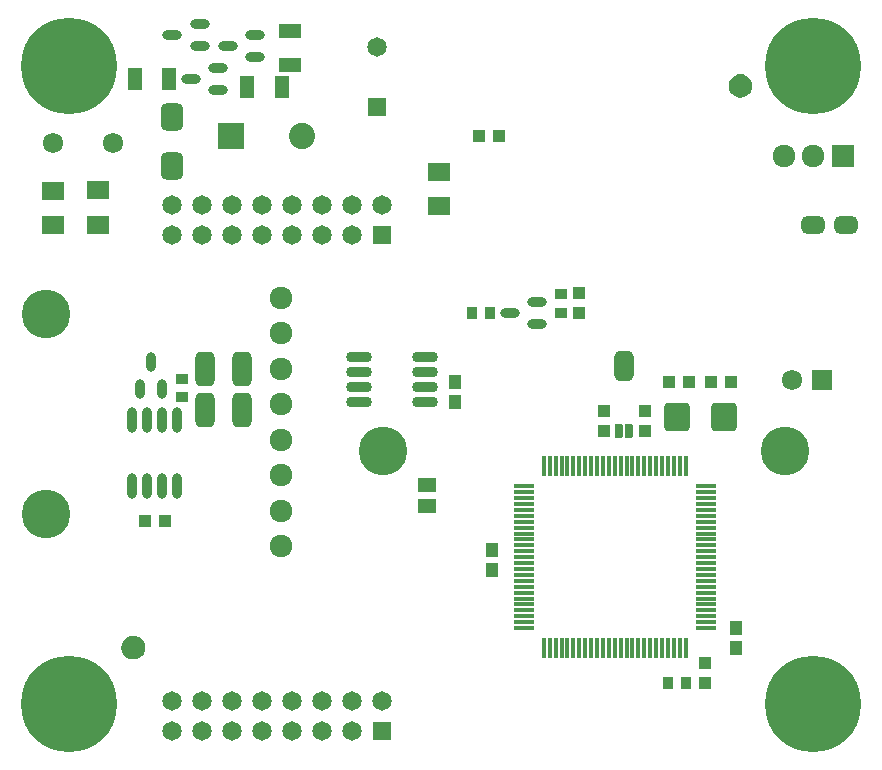
<source format=gbs>
G04 Layer_Color=16711935*
%FSLAX24Y24*%
%MOIN*%
G70*
G01*
G75*
%ADD99R,0.0441X0.0402*%
%ADD100R,0.0323X0.0402*%
%ADD102R,0.0402X0.0441*%
%ADD103R,0.0402X0.0323*%
%ADD107R,0.0756X0.0598*%
%ADD108C,0.0520*%
%ADD113R,0.0618X0.0500*%
%ADD124C,0.0677*%
%ADD125R,0.0677X0.0677*%
%ADD126C,0.0647*%
%ADD127R,0.0647X0.0647*%
%ADD128C,0.0874*%
%ADD129R,0.0874X0.0874*%
%ADD130R,0.0647X0.0647*%
%ADD131C,0.0756*%
%ADD132R,0.0756X0.0756*%
%ADD133C,0.1622*%
%ADD134C,0.3197*%
%ADD135O,0.0860X0.0355*%
%ADD136R,0.0414X0.0454*%
G04:AMPARAMS|DCode=137|XSize=115mil|YSize=63.8mil|CornerRadius=17.1mil|HoleSize=0mil|Usage=FLASHONLY|Rotation=270.000|XOffset=0mil|YOffset=0mil|HoleType=Round|Shape=RoundedRectangle|*
%AMROUNDEDRECTD137*
21,1,0.1150,0.0295,0,0,270.0*
21,1,0.0807,0.0638,0,0,270.0*
1,1,0.0343,-0.0148,-0.0404*
1,1,0.0343,-0.0148,0.0404*
1,1,0.0343,0.0148,0.0404*
1,1,0.0343,0.0148,-0.0404*
%
%ADD137ROUNDEDRECTD137*%
%ADD138R,0.0461X0.0736*%
%ADD139O,0.0343X0.0847*%
G04:AMPARAMS|DCode=140|XSize=76.8mil|YSize=57.2mil|CornerRadius=15.8mil|HoleSize=0mil|Usage=FLASHONLY|Rotation=0.000|XOffset=0mil|YOffset=0mil|HoleType=Round|Shape=RoundedRectangle|*
%AMROUNDEDRECTD140*
21,1,0.0768,0.0256,0,0,0.0*
21,1,0.0453,0.0572,0,0,0.0*
1,1,0.0316,0.0226,-0.0128*
1,1,0.0316,-0.0226,-0.0128*
1,1,0.0316,-0.0226,0.0128*
1,1,0.0316,0.0226,0.0128*
%
%ADD140ROUNDEDRECTD140*%
%ADD141R,0.0736X0.0461*%
%ADD142O,0.0341X0.0650*%
%ADD143O,0.0650X0.0341*%
G04:AMPARAMS|DCode=144|XSize=92.6mil|YSize=74.9mil|CornerRadius=20.2mil|HoleSize=0mil|Usage=FLASHONLY|Rotation=90.000|XOffset=0mil|YOffset=0mil|HoleType=Round|Shape=RoundedRectangle|*
%AMROUNDEDRECTD144*
21,1,0.0926,0.0344,0,0,90.0*
21,1,0.0522,0.0749,0,0,90.0*
1,1,0.0404,0.0172,0.0261*
1,1,0.0404,0.0172,-0.0261*
1,1,0.0404,-0.0172,-0.0261*
1,1,0.0404,-0.0172,0.0261*
%
%ADD144ROUNDEDRECTD144*%
G04:AMPARAMS|DCode=145|XSize=95.3mil|YSize=87.4mil|CornerRadius=14.8mil|HoleSize=0mil|Usage=FLASHONLY|Rotation=270.000|XOffset=0mil|YOffset=0mil|HoleType=Round|Shape=RoundedRectangle|*
%AMROUNDEDRECTD145*
21,1,0.0953,0.0579,0,0,270.0*
21,1,0.0657,0.0874,0,0,270.0*
1,1,0.0295,-0.0289,-0.0329*
1,1,0.0295,-0.0289,0.0329*
1,1,0.0295,0.0289,0.0329*
1,1,0.0295,0.0289,-0.0329*
%
%ADD145ROUNDEDRECTD145*%
%ADD146O,0.0677X0.0165*%
%ADD147O,0.0165X0.0677*%
G04:AMPARAMS|DCode=148|XSize=48mil|YSize=28.3mil|CornerRadius=8.3mil|HoleSize=0mil|Usage=FLASHONLY|Rotation=90.000|XOffset=0mil|YOffset=0mil|HoleType=Round|Shape=RoundedRectangle|*
%AMROUNDEDRECTD148*
21,1,0.0480,0.0118,0,0,90.0*
21,1,0.0315,0.0283,0,0,90.0*
1,1,0.0165,0.0059,0.0157*
1,1,0.0165,0.0059,-0.0157*
1,1,0.0165,-0.0059,-0.0157*
1,1,0.0165,-0.0059,0.0157*
%
%ADD148ROUNDEDRECTD148*%
G04:AMPARAMS|DCode=149|XSize=99.2mil|YSize=63.8mil|CornerRadius=17.1mil|HoleSize=0mil|Usage=FLASHONLY|Rotation=90.000|XOffset=0mil|YOffset=0mil|HoleType=Round|Shape=RoundedRectangle|*
%AMROUNDEDRECTD149*
21,1,0.0992,0.0295,0,0,90.0*
21,1,0.0650,0.0638,0,0,90.0*
1,1,0.0343,0.0148,0.0325*
1,1,0.0343,0.0148,-0.0325*
1,1,0.0343,-0.0148,-0.0325*
1,1,0.0343,-0.0148,0.0325*
%
%ADD149ROUNDEDRECTD149*%
G36*
X33213Y24773D02*
X33309Y24734D01*
X33391Y24671D01*
X33454Y24588D01*
X33494Y24492D01*
X33507Y24390D01*
X33494Y24287D01*
X33454Y24191D01*
X33391Y24109D01*
X33309Y24046D01*
X33213Y24006D01*
X33110Y23993D01*
X33007Y24006D01*
X32912Y24046D01*
X32829Y24109D01*
X32766Y24191D01*
X32727Y24287D01*
X32713Y24390D01*
X32727Y24492D01*
X32766Y24588D01*
X32829Y24671D01*
X32912Y24734D01*
X33007Y24773D01*
X33110Y24787D01*
X33213Y24773D01*
D02*
G37*
G36*
X53449Y43494D02*
X53545Y43454D01*
X53627Y43391D01*
X53690Y43309D01*
X53730Y43213D01*
X53744Y43110D01*
X53730Y43007D01*
X53690Y42912D01*
X53627Y42829D01*
X53545Y42766D01*
X53449Y42727D01*
X53346Y42713D01*
X53244Y42727D01*
X53148Y42766D01*
X53066Y42829D01*
X53003Y42912D01*
X52963Y43007D01*
X52949Y43110D01*
X52963Y43213D01*
X53003Y43309D01*
X53066Y43391D01*
X53148Y43454D01*
X53244Y43494D01*
X53346Y43507D01*
X53449Y43494D01*
D02*
G37*
D99*
X34154Y28622D02*
D03*
X33484D02*
D03*
X44626Y41457D02*
D03*
X45295D02*
D03*
X52372Y33228D02*
D03*
X53041D02*
D03*
X51624D02*
D03*
X50955D02*
D03*
D100*
X45000Y35551D02*
D03*
X44390D02*
D03*
X50925Y23209D02*
D03*
X51535D02*
D03*
D102*
X47953Y35551D02*
D03*
Y36220D02*
D03*
X48780Y32264D02*
D03*
Y31594D02*
D03*
X52156Y23878D02*
D03*
Y23209D02*
D03*
X50148Y32264D02*
D03*
Y31595D02*
D03*
D103*
X34715Y33346D02*
D03*
Y32736D02*
D03*
X47362Y35551D02*
D03*
Y36161D02*
D03*
D107*
X30433Y38464D02*
D03*
Y39606D02*
D03*
X31929Y38484D02*
D03*
Y39626D02*
D03*
X43307Y40256D02*
D03*
Y39114D02*
D03*
D108*
X33110Y24390D02*
D03*
X53346Y43110D02*
D03*
D113*
X42913Y29094D02*
D03*
Y29803D02*
D03*
D124*
X55073Y33307D02*
D03*
X32441Y41220D02*
D03*
X30441D02*
D03*
D125*
X56073Y33307D02*
D03*
D126*
X41220Y44402D02*
D03*
X35395Y39148D02*
D03*
X38395D02*
D03*
X41395D02*
D03*
X35395Y38148D02*
D03*
X38395D02*
D03*
X34395Y39148D02*
D03*
X36395D02*
D03*
X37395D02*
D03*
X39395D02*
D03*
X40395D02*
D03*
X34395Y38148D02*
D03*
X36395D02*
D03*
X37395D02*
D03*
X39395D02*
D03*
X40395D02*
D03*
X35395Y22613D02*
D03*
X38395D02*
D03*
X41395D02*
D03*
X35395Y21613D02*
D03*
X38395D02*
D03*
X34395Y22613D02*
D03*
X36395D02*
D03*
X37395D02*
D03*
X39395D02*
D03*
X40395D02*
D03*
X34395Y21613D02*
D03*
X36395D02*
D03*
X37395D02*
D03*
X39395D02*
D03*
X40395D02*
D03*
D127*
X41220Y42402D02*
D03*
D128*
X38740Y41457D02*
D03*
D129*
X36378D02*
D03*
D130*
X41395Y38148D02*
D03*
Y21613D02*
D03*
D131*
X38022Y27776D02*
D03*
Y28957D02*
D03*
Y30138D02*
D03*
Y31319D02*
D03*
Y32500D02*
D03*
Y36043D02*
D03*
Y33681D02*
D03*
Y34862D02*
D03*
X54781Y40786D02*
D03*
X55765D02*
D03*
D132*
X56750D02*
D03*
D133*
X54820Y30944D02*
D03*
X41435D02*
D03*
X30187Y35511D02*
D03*
Y28829D02*
D03*
D134*
X55765Y43778D02*
D03*
Y22518D02*
D03*
X30962D02*
D03*
Y43778D02*
D03*
D135*
X42820Y33575D02*
D03*
X40620D02*
D03*
X42820Y34075D02*
D03*
X40620D02*
D03*
X42820Y32575D02*
D03*
Y33075D02*
D03*
X40620D02*
D03*
Y32575D02*
D03*
D136*
X43819Y33248D02*
D03*
Y32579D02*
D03*
X53189Y24370D02*
D03*
Y25039D02*
D03*
X45079Y27638D02*
D03*
Y26969D02*
D03*
D137*
X36742Y33691D02*
D03*
X35482D02*
D03*
X36742Y32293D02*
D03*
X35482D02*
D03*
D138*
X34311Y43346D02*
D03*
X33169D02*
D03*
X36909Y43071D02*
D03*
X38051D02*
D03*
D139*
X34567Y29764D02*
D03*
X34067D02*
D03*
Y31964D02*
D03*
X34567D02*
D03*
X33067Y29764D02*
D03*
Y31964D02*
D03*
X33567Y29764D02*
D03*
Y31964D02*
D03*
D140*
X55765Y38465D02*
D03*
X56865D02*
D03*
D141*
X38346Y43799D02*
D03*
Y44941D02*
D03*
D142*
X34075Y33012D02*
D03*
X33327D02*
D03*
X33701Y33922D02*
D03*
D143*
X45650Y35538D02*
D03*
X46560Y35912D02*
D03*
Y35164D02*
D03*
X37175Y44809D02*
D03*
Y44061D02*
D03*
X36265Y44435D02*
D03*
X35940Y43720D02*
D03*
Y42972D02*
D03*
X35030Y43346D02*
D03*
X35319Y45177D02*
D03*
Y44429D02*
D03*
X34409Y44803D02*
D03*
D144*
Y40453D02*
D03*
Y42067D02*
D03*
D145*
X51221Y32067D02*
D03*
X52795D02*
D03*
D146*
X52185Y29764D02*
D03*
Y29567D02*
D03*
Y29370D02*
D03*
Y29173D02*
D03*
Y28976D02*
D03*
Y28780D02*
D03*
Y28583D02*
D03*
Y28386D02*
D03*
Y28189D02*
D03*
Y27992D02*
D03*
Y27795D02*
D03*
Y27598D02*
D03*
X46122D02*
D03*
Y27795D02*
D03*
Y27992D02*
D03*
Y28189D02*
D03*
Y28386D02*
D03*
Y28583D02*
D03*
Y28780D02*
D03*
Y28976D02*
D03*
Y29173D02*
D03*
Y29370D02*
D03*
Y29567D02*
D03*
Y29764D02*
D03*
X52185Y27205D02*
D03*
Y27008D02*
D03*
Y26811D02*
D03*
Y26614D02*
D03*
Y26417D02*
D03*
Y26221D02*
D03*
Y26024D02*
D03*
Y25827D02*
D03*
Y25630D02*
D03*
Y25433D02*
D03*
Y25236D02*
D03*
Y25039D02*
D03*
X46122D02*
D03*
Y25236D02*
D03*
Y25433D02*
D03*
Y25630D02*
D03*
Y25827D02*
D03*
Y26024D02*
D03*
Y26221D02*
D03*
Y26417D02*
D03*
Y26614D02*
D03*
Y26811D02*
D03*
Y27008D02*
D03*
Y27205D02*
D03*
X52185Y27402D02*
D03*
X46122D02*
D03*
D147*
X49351Y30433D02*
D03*
X49547D02*
D03*
X49744D02*
D03*
X49941D02*
D03*
X50138D02*
D03*
X50335D02*
D03*
X50532D02*
D03*
X50728D02*
D03*
X50925D02*
D03*
X51122D02*
D03*
X51319D02*
D03*
X51516D02*
D03*
X46791D02*
D03*
X46988D02*
D03*
X47185D02*
D03*
X47382D02*
D03*
X47579D02*
D03*
X47776D02*
D03*
X47973D02*
D03*
X48169D02*
D03*
X48366D02*
D03*
X48563D02*
D03*
X48760D02*
D03*
X48957D02*
D03*
X51516Y24370D02*
D03*
X51319D02*
D03*
X51122D02*
D03*
X50925D02*
D03*
X50728D02*
D03*
X50532D02*
D03*
X50335D02*
D03*
X50138D02*
D03*
X49941D02*
D03*
X49744D02*
D03*
X49547D02*
D03*
X49351D02*
D03*
X48957D02*
D03*
X48760D02*
D03*
X48563D02*
D03*
X48366D02*
D03*
X48169D02*
D03*
X47973D02*
D03*
X47776D02*
D03*
X47579D02*
D03*
X47382D02*
D03*
X47185D02*
D03*
X46988D02*
D03*
X46791D02*
D03*
X49154Y30433D02*
D03*
Y24370D02*
D03*
D148*
X49291Y31595D02*
D03*
X49646D02*
D03*
D149*
X49469Y33780D02*
D03*
M02*

</source>
